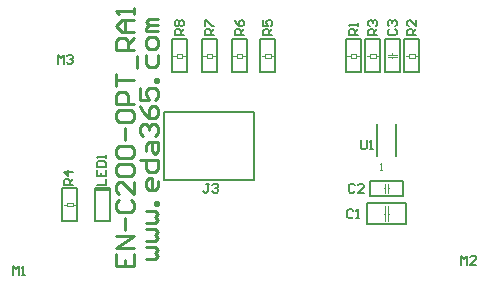
<source format=gto>
%FSLAX25Y25*%
%MOIN*%
G70*
G01*
G75*
G04 Layer_Color=65535*
%ADD10C,0.00500*%
%ADD11R,0.04500X0.05000*%
%ADD12R,0.03500X0.03200*%
%ADD13R,0.00984X0.02165*%
%ADD14R,0.03200X0.03000*%
%ADD15R,0.03200X0.03500*%
%ADD16C,0.01500*%
%ADD17C,0.02000*%
%ADD18C,0.01000*%
%ADD19R,0.06000X0.06000*%
%ADD20C,0.06000*%
%ADD21C,0.03937*%
%ADD22C,0.04000*%
%ADD23C,0.02400*%
%ADD24C,0.03200*%
%ADD25C,0.01200*%
%ADD26C,0.03000*%
%ADD27C,0.00400*%
%ADD28C,0.00200*%
%ADD29C,0.00800*%
D10*
X231500Y120500D02*
Y127500D01*
Y120500D02*
X244500D01*
Y127000D01*
Y127500D01*
X231500D02*
X244500D01*
X232500Y135000D02*
X243500D01*
Y130000D02*
Y135000D01*
X232500Y130000D02*
X243500D01*
X232500D02*
Y135000D01*
X241150Y143087D02*
Y153913D01*
X234850Y143087D02*
Y153913D01*
X249000Y171100D02*
Y182100D01*
X244000Y171100D02*
X249000D01*
X244000D02*
Y182100D01*
X249000D01*
X237500Y171100D02*
Y182100D01*
X242500D01*
Y171100D02*
Y182100D01*
X237500Y171100D02*
X242500D01*
X236000D02*
Y182100D01*
X231000Y171100D02*
X236000D01*
X231000D02*
Y182100D01*
X236000D01*
X229500Y171100D02*
Y182100D01*
X224500Y171100D02*
X229500D01*
X224500D02*
Y182100D01*
X229500D01*
X196000Y171100D02*
Y182100D01*
X201000D01*
Y171100D02*
Y182100D01*
X196000Y171100D02*
X201000D01*
X191500D02*
Y182100D01*
X186500Y171100D02*
X191500D01*
X186500D02*
Y182100D01*
X191500D01*
X181500Y171100D02*
Y182100D01*
X176500Y171100D02*
X181500D01*
X176500D02*
Y182100D01*
X181500D01*
X171500Y171100D02*
Y182100D01*
X166500Y171100D02*
X171500D01*
X166500D02*
Y182100D01*
X171500D01*
X141000Y131800D02*
X146000D01*
X141000Y121500D02*
Y132500D01*
X146000D01*
Y121500D02*
Y132500D01*
X141000Y121500D02*
X146000D01*
X135000D02*
Y132500D01*
X130000Y121500D02*
X135000D01*
X130000D02*
Y132500D01*
X135000D01*
X226999Y124999D02*
X226500Y125499D01*
X225500D01*
X225000Y124999D01*
Y123000D01*
X225500Y122500D01*
X226500D01*
X226999Y123000D01*
X227999Y122500D02*
X228999D01*
X228499D01*
Y125499D01*
X227999Y124999D01*
X227499Y133499D02*
X226999Y133999D01*
X226000D01*
X225500Y133499D01*
Y131500D01*
X226000Y131000D01*
X226999D01*
X227499Y131500D01*
X230498Y131000D02*
X228499D01*
X230498Y132999D01*
Y133499D01*
X229998Y133999D01*
X228999D01*
X228499Y133499D01*
X239001Y185499D02*
X238501Y185000D01*
Y184000D01*
X239001Y183500D01*
X241000D01*
X241500Y184000D01*
Y185000D01*
X241000Y185499D01*
X239001Y186499D02*
X238501Y186999D01*
Y187999D01*
X239001Y188498D01*
X239501D01*
X240001Y187999D01*
Y187499D01*
Y187999D01*
X240500Y188498D01*
X241000D01*
X241500Y187999D01*
Y186999D01*
X241000Y186499D01*
X178999Y133999D02*
X178000D01*
X178499D01*
Y131500D01*
X178000Y131000D01*
X177500D01*
X177000Y131500D01*
X179999Y133499D02*
X180499Y133999D01*
X181499D01*
X181998Y133499D01*
Y132999D01*
X181499Y132500D01*
X180999D01*
X181499D01*
X181998Y132000D01*
Y131500D01*
X181499Y131000D01*
X180499D01*
X179999Y131500D01*
X141501Y133500D02*
X144500D01*
Y135499D01*
X141501Y138498D02*
Y136499D01*
X144500D01*
Y138498D01*
X143000Y136499D02*
Y137499D01*
X141501Y139498D02*
X144500D01*
Y140998D01*
X144000Y141497D01*
X142001D01*
X141501Y140998D01*
Y139498D01*
X144500Y142497D02*
Y143497D01*
Y142997D01*
X141501D01*
X142001Y142497D01*
X228500Y183500D02*
X225501D01*
Y185000D01*
X226001Y185499D01*
X227000D01*
X227500Y185000D01*
Y183500D01*
Y184500D02*
X228500Y185499D01*
Y186499D02*
Y187499D01*
Y186999D01*
X225501D01*
X226001Y186499D01*
X248000Y183500D02*
X245001D01*
Y185000D01*
X245501Y185499D01*
X246500D01*
X247000Y185000D01*
Y183500D01*
Y184500D02*
X248000Y185499D01*
Y188498D02*
Y186499D01*
X246001Y188498D01*
X245501D01*
X245001Y187999D01*
Y186999D01*
X245501Y186499D01*
X235000Y183500D02*
X232001D01*
Y185000D01*
X232501Y185499D01*
X233501D01*
X234000Y185000D01*
Y183500D01*
Y184500D02*
X235000Y185499D01*
X232501Y186499D02*
X232001Y186999D01*
Y187999D01*
X232501Y188498D01*
X233001D01*
X233501Y187999D01*
Y187499D01*
Y187999D01*
X234000Y188498D01*
X234500D01*
X235000Y187999D01*
Y186999D01*
X234500Y186499D01*
X133500Y133500D02*
X130501D01*
Y135000D01*
X131001Y135499D01*
X132001D01*
X132500Y135000D01*
Y133500D01*
Y134500D02*
X133500Y135499D01*
Y137999D02*
X130501D01*
X132001Y136499D01*
Y138498D01*
X200000Y183500D02*
X197001D01*
Y185000D01*
X197501Y185499D01*
X198501D01*
X199000Y185000D01*
Y183500D01*
Y184500D02*
X200000Y185499D01*
X197001Y188498D02*
Y186499D01*
X198501D01*
X198001Y187499D01*
Y187999D01*
X198501Y188498D01*
X199500D01*
X200000Y187999D01*
Y186999D01*
X199500Y186499D01*
X190500Y183500D02*
X187501D01*
Y185000D01*
X188001Y185499D01*
X189000D01*
X189500Y185000D01*
Y183500D01*
Y184500D02*
X190500Y185499D01*
X187501Y188498D02*
X188001Y187499D01*
X189000Y186499D01*
X190000D01*
X190500Y186999D01*
Y187999D01*
X190000Y188498D01*
X189500D01*
X189000Y187999D01*
Y186499D01*
X180500Y183500D02*
X177501D01*
Y185000D01*
X178001Y185499D01*
X179000D01*
X179500Y185000D01*
Y183500D01*
Y184500D02*
X180500Y185499D01*
X177501Y186499D02*
Y188498D01*
X178001D01*
X180000Y186499D01*
X180500D01*
X170500Y183500D02*
X167501D01*
Y185000D01*
X168001Y185499D01*
X169000D01*
X169500Y185000D01*
Y183500D01*
Y184500D02*
X170500Y185499D01*
X168001Y186499D02*
X167501Y186999D01*
Y187999D01*
X168001Y188498D01*
X168501D01*
X169000Y187999D01*
X169500Y188498D01*
X170000D01*
X170500Y187999D01*
Y186999D01*
X170000Y186499D01*
X169500D01*
X169000Y186999D01*
X168501Y186499D01*
X168001D01*
X169000Y186999D02*
Y187999D01*
X229500Y148499D02*
Y146000D01*
X230000Y145500D01*
X230999D01*
X231499Y146000D01*
Y148499D01*
X232499Y145500D02*
X233499D01*
X232999D01*
Y148499D01*
X232499Y147999D01*
D18*
X158001Y109000D02*
X161000D01*
X162000Y110000D01*
X161000Y110999D01*
X162000Y111999D01*
X161000Y112999D01*
X158001D01*
Y114998D02*
X161000D01*
X162000Y115998D01*
X161000Y116997D01*
X162000Y117997D01*
X161000Y118997D01*
X158001D01*
Y120996D02*
X161000D01*
X162000Y121996D01*
X161000Y122995D01*
X162000Y123995D01*
X161000Y124995D01*
X158001D01*
X162000Y126994D02*
X161000D01*
Y127994D01*
X162000D01*
Y126994D01*
Y134992D02*
Y132992D01*
X161000Y131993D01*
X159001D01*
X158001Y132992D01*
Y134992D01*
X159001Y135991D01*
X160001D01*
Y131993D01*
X156002Y141989D02*
X162000D01*
Y138990D01*
X161000Y137991D01*
X159001D01*
X158001Y138990D01*
Y141989D01*
Y144988D02*
Y146988D01*
X159001Y147987D01*
X162000D01*
Y144988D01*
X161000Y143989D01*
X160001Y144988D01*
Y147987D01*
X157002Y149987D02*
X156002Y150986D01*
Y152986D01*
X157002Y153985D01*
X158001D01*
X159001Y152986D01*
Y151986D01*
Y152986D01*
X160001Y153985D01*
X161000D01*
X162000Y152986D01*
Y150986D01*
X161000Y149987D01*
X156002Y159984D02*
X157002Y157984D01*
X159001Y155985D01*
X161000D01*
X162000Y156984D01*
Y158984D01*
X161000Y159984D01*
X160001D01*
X159001Y158984D01*
Y155985D01*
X156002Y165982D02*
Y161983D01*
X159001D01*
X158001Y163982D01*
Y164982D01*
X159001Y165982D01*
X161000D01*
X162000Y164982D01*
Y162982D01*
X161000Y161983D01*
X162000Y167981D02*
X161000D01*
Y168981D01*
X162000D01*
Y167981D01*
X158001Y176978D02*
Y173979D01*
X159001Y172979D01*
X161000D01*
X162000Y173979D01*
Y176978D01*
Y179977D02*
Y181976D01*
X161000Y182976D01*
X159001D01*
X158001Y181976D01*
Y179977D01*
X159001Y178977D01*
X161000D01*
X162000Y179977D01*
Y184975D02*
X158001D01*
Y185975D01*
X159001Y186975D01*
X162000D01*
X159001D01*
X158001Y187975D01*
X159001Y188974D01*
X162000D01*
X148002Y110499D02*
Y106500D01*
X154000D01*
Y110499D01*
X151001Y106500D02*
Y108499D01*
X154000Y112498D02*
X148002D01*
X154000Y116497D01*
X148002D01*
X151001Y118496D02*
Y122495D01*
X149002Y128493D02*
X148002Y127493D01*
Y125494D01*
X149002Y124494D01*
X153000D01*
X154000Y125494D01*
Y127493D01*
X153000Y128493D01*
X154000Y134491D02*
Y130492D01*
X150001Y134491D01*
X149002D01*
X148002Y133491D01*
Y131492D01*
X149002Y130492D01*
Y136490D02*
X148002Y137490D01*
Y139489D01*
X149002Y140489D01*
X153000D01*
X154000Y139489D01*
Y137490D01*
X153000Y136490D01*
X149002D01*
Y142488D02*
X148002Y143488D01*
Y145487D01*
X149002Y146487D01*
X153000D01*
X154000Y145487D01*
Y143488D01*
X153000Y142488D01*
X149002D01*
X151001Y148486D02*
Y152485D01*
X148002Y157483D02*
Y155484D01*
X149002Y154484D01*
X153000D01*
X154000Y155484D01*
Y157483D01*
X153000Y158483D01*
X149002D01*
X148002Y157483D01*
X154000Y160483D02*
X148002D01*
Y163482D01*
X149002Y164481D01*
X151001D01*
X152001Y163482D01*
Y160483D01*
X148002Y166481D02*
Y170479D01*
Y168480D01*
X154000D01*
X155000Y172479D02*
Y176477D01*
X154000Y178477D02*
X148002D01*
Y181476D01*
X149002Y182475D01*
X151001D01*
X152001Y181476D01*
Y178477D01*
Y180476D02*
X154000Y182475D01*
Y184475D02*
X150001D01*
X148002Y186474D01*
X150001Y188473D01*
X154000D01*
X151001D01*
Y184475D01*
X154000Y190473D02*
Y192472D01*
Y191472D01*
X148002D01*
X149002Y190473D01*
D27*
X237200Y124000D02*
X237600D01*
Y121600D02*
Y126400D01*
X238400Y124000D02*
X238800D01*
X238400Y121600D02*
Y126400D01*
X237200Y132500D02*
X237600D01*
Y131000D02*
Y134000D01*
X238400Y132500D02*
X238800D01*
X238400Y131000D02*
Y134000D01*
X240000Y175800D02*
Y176200D01*
X238500D02*
X241500D01*
X240000Y177000D02*
Y177400D01*
X238500Y177000D02*
X241500D01*
X235800Y138400D02*
X236633D01*
X236216D01*
Y140899D01*
X235800Y140483D01*
D28*
X247500Y176000D02*
Y177200D01*
X245600Y176000D02*
X247500D01*
X245600D02*
Y177200D01*
X247500D01*
Y176600D02*
Y177200D01*
Y176600D02*
X248600D01*
X244400D02*
X245600D01*
X234500Y176000D02*
Y177200D01*
X232600Y176000D02*
X234500D01*
X232600D02*
Y177200D01*
X234500D01*
Y176600D02*
Y177200D01*
Y176600D02*
X235600D01*
X231400D02*
X232600D01*
X228000Y176000D02*
Y177200D01*
X226100Y176000D02*
X228000D01*
X226100D02*
Y177200D01*
X228000D01*
Y176600D02*
Y177200D01*
Y176600D02*
X229100D01*
X224900D02*
X226100D01*
X197500Y176000D02*
Y177200D01*
X199400D01*
Y176000D02*
Y177200D01*
X197500Y176000D02*
X199400D01*
X197500D02*
Y176600D01*
X196400D02*
X197500D01*
X199400D02*
X200600D01*
X190000Y176000D02*
Y177200D01*
X188100Y176000D02*
X190000D01*
X188100D02*
Y177200D01*
X190000D01*
Y176600D02*
Y177200D01*
Y176600D02*
X191100D01*
X186900D02*
X188100D01*
X180000Y176000D02*
Y177200D01*
X178100Y176000D02*
X180000D01*
X178100D02*
Y177200D01*
X180000D01*
Y176600D02*
Y177200D01*
Y176600D02*
X181100D01*
X176900D02*
X178100D01*
X170000Y176000D02*
Y177200D01*
X168100Y176000D02*
X170000D01*
X168100D02*
Y177200D01*
X170000D01*
Y176600D02*
Y177200D01*
Y176600D02*
X171100D01*
X166900D02*
X168100D01*
X133500Y126400D02*
Y127600D01*
X131600Y126400D02*
X133500D01*
X131600D02*
Y127600D01*
X133500D01*
Y127000D02*
Y127600D01*
Y127000D02*
X134600D01*
X130400D02*
X131600D01*
D29*
X164000Y135100D02*
Y157900D01*
Y135100D02*
X194000D01*
Y157900D01*
X164000D02*
X194000D01*
X113500Y103500D02*
Y106499D01*
X114500Y105499D01*
X115499Y106499D01*
Y103500D01*
X116499D02*
X117499D01*
X116999D01*
Y106499D01*
X116499Y105999D01*
X263000Y107000D02*
Y109999D01*
X264000Y108999D01*
X264999Y109999D01*
Y107000D01*
X267998D02*
X265999D01*
X267998Y108999D01*
Y109499D01*
X267498Y109999D01*
X266499D01*
X265999Y109499D01*
X128500Y174000D02*
Y176999D01*
X129500Y175999D01*
X130499Y176999D01*
Y174000D01*
X131499Y176499D02*
X131999Y176999D01*
X132999D01*
X133498Y176499D01*
Y175999D01*
X132999Y175499D01*
X132499D01*
X132999D01*
X133498Y175000D01*
Y174500D01*
X132999Y174000D01*
X131999D01*
X131499Y174500D01*
M02*

</source>
